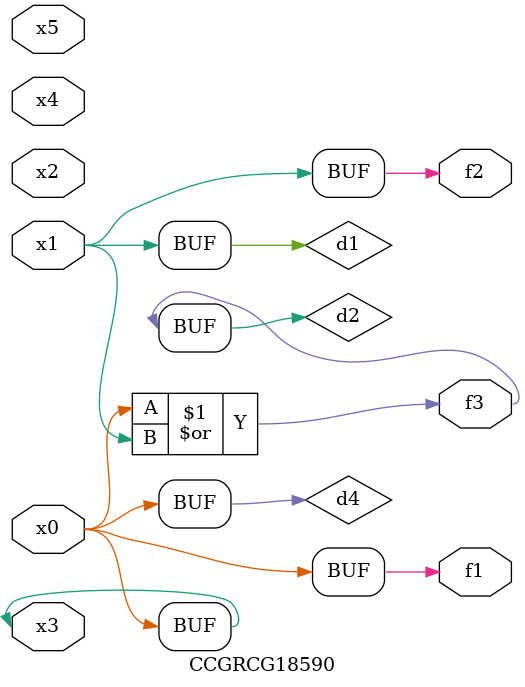
<source format=v>
module CCGRCG18590(
	input x0, x1, x2, x3, x4, x5,
	output f1, f2, f3
);

	wire d1, d2, d3, d4;

	and (d1, x1);
	or (d2, x0, x1);
	nand (d3, x0, x5);
	buf (d4, x0, x3);
	assign f1 = d4;
	assign f2 = d1;
	assign f3 = d2;
endmodule

</source>
